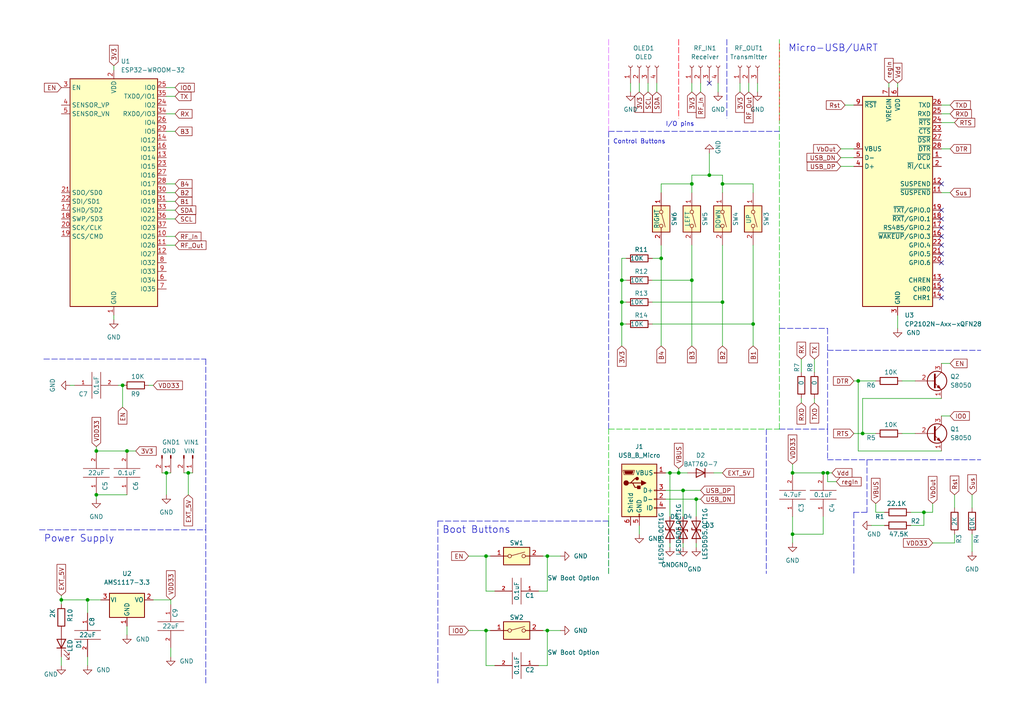
<source format=kicad_sch>
(kicad_sch (version 20211123) (generator eeschema)
  (paper "A4")
  (lib_symbols
    (symbol "Connector:Conn_01x02_Male" (pin_names (offset 1.016) hide)
      (property "Reference" "J" (at 0 2.54 0))
      (property "Value" "Conn_01x02_Male" (at 0 -5.08 0))
      (symbol "Conn_01x02_Male_1_1"
        (polyline (pts (xy 1.27 -2.54) (xy 0.8636 -2.54)) (stroke (width 0.1524)))
        (polyline (pts (xy 1.27 0) (xy 0.8636 0)) (stroke (width 0.1524)))
        (rectangle (start 0.8636 -2.413) (end 0 -2.667) (stroke (width 0.1524)) (fill (type outline)))
        (rectangle (start 0.8636 0.127) (end 0 -0.127) (stroke (width 0.1524)) (fill (type outline)))
        (pin passive line (at 5.08 0 180) (length 3.81) (name "Pin_1") (number "1"))
        (pin passive line (at 5.08 -2.54 180) (length 3.81) (name "Pin_2") (number "2"))
      )
    )
    (symbol "Connector:Conn_01x03_Female" (pin_names (offset 1.016) hide)
      (property "Reference" "J" (at 0 5.08 0))
      (property "Value" "Conn_01x03_Female" (at 0 -5.08 0))
      (symbol "Conn_01x03_Female_1_1"
        (arc (start 0 -2.032) (mid -0.508 -2.54) (end 0 -3.048) (stroke (width 0.1524)))
        (polyline (pts (xy -1.27 -2.54) (xy -0.508 -2.54)) (stroke (width 0.1524)))
        (polyline (pts (xy -1.27 0) (xy -0.508 0)) (stroke (width 0.1524)))
        (polyline (pts (xy -1.27 2.54) (xy -0.508 2.54)) (stroke (width 0.1524)))
        (arc (start 0 0.508) (mid -0.508 0) (end 0 -0.508) (stroke (width 0.1524)))
        (arc (start 0 3.048) (mid -0.508 2.54) (end 0 2.032) (stroke (width 0.1524)))
        (pin passive line (at -5.08 2.54 0) (length 3.81) (name "Pin_1") (number "1"))
        (pin passive line (at -5.08 0 0) (length 3.81) (name "Pin_2") (number "2"))
        (pin passive line (at -5.08 -2.54 0) (length 3.81) (name "Pin_3") (number "3"))
      )
    )
    (symbol "Connector:Conn_01x04_Female" (pin_names (offset 1.016) hide)
      (property "Reference" "J" (at 0 5.08 0))
      (property "Value" "Conn_01x04_Female" (at 0 -7.62 0))
      (symbol "Conn_01x04_Female_1_1"
        (arc (start 0 -4.572) (mid -0.508 -5.08) (end 0 -5.588) (stroke (width 0.1524)))
        (arc (start 0 -2.032) (mid -0.508 -2.54) (end 0 -3.048) (stroke (width 0.1524)))
        (polyline (pts (xy -1.27 -5.08) (xy -0.508 -5.08)) (stroke (width 0.1524)))
        (polyline (pts (xy -1.27 -2.54) (xy -0.508 -2.54)) (stroke (width 0.1524)))
        (polyline (pts (xy -1.27 0) (xy -0.508 0)) (stroke (width 0.1524)))
        (polyline (pts (xy -1.27 2.54) (xy -0.508 2.54)) (stroke (width 0.1524)))
        (arc (start 0 0.508) (mid -0.508 0) (end 0 -0.508) (stroke (width 0.1524)))
        (arc (start 0 3.048) (mid -0.508 2.54) (end 0 2.032) (stroke (width 0.1524)))
        (pin passive line (at -5.08 2.54 0) (length 3.81) (name "Pin_1") (number "1"))
        (pin passive line (at -5.08 0 0) (length 3.81) (name "Pin_2") (number "2"))
        (pin passive line (at -5.08 -2.54 0) (length 3.81) (name "Pin_3") (number "3"))
        (pin passive line (at -5.08 -5.08 0) (length 3.81) (name "Pin_4") (number "4"))
      )
    )
    (symbol "Connector:USB_B_Micro" (pin_names (offset 1.016))
      (property "Reference" "J" (at -5.08 11.43 0))
      (property "Value" "USB_B_Micro" (at -5.08 8.89 0))
      (symbol "USB_B_Micro_0_1"
        (rectangle (start -5.08 -7.62) (end 5.08 7.62) (stroke (width 0.254)) (fill (type background)))
        (circle (center -3.81 2.159) (radius 0.635) (stroke (width 0.254)) (fill (type outline)))
        (circle (center -0.635 3.429) (radius 0.381) (stroke (width 0.254)) (fill (type outline)))
        (rectangle (start -0.127 -7.62) (end 0.127 -6.858))
        (polyline (pts (xy -1.905 2.159) (xy 0.635 2.159)) (stroke (width 0.254)))
        (polyline (pts (xy -3.175 2.159) (xy -2.54 2.159) (xy -1.27 3.429) (xy -0.635 3.429)) (stroke (width 0.254)))
        (polyline (pts (xy -2.54 2.159) (xy -1.905 2.159) (xy -1.27 0.889) (xy 0 0.889)) (stroke (width 0.254)))
        (polyline (pts (xy 0.635 2.794) (xy 0.635 1.524) (xy 1.905 2.159) (xy 0.635 2.794)) (stroke (width 0.254)) (fill (type outline)))
        (polyline (pts (xy -4.318 5.588) (xy -1.778 5.588) (xy -2.032 4.826) (xy -4.064 4.826) (xy -4.318 5.588)) (fill (type outline)))
        (polyline (pts (xy -4.699 5.842) (xy -4.699 5.588) (xy -4.445 4.826) (xy -4.445 4.572) (xy -1.651 4.572) (xy -1.651 4.826) (xy -1.397 5.588) (xy -1.397 5.842) (xy -4.699 5.842)))
        (rectangle (start 0.254 1.27) (end -0.508 0.508) (stroke (width 0.254)) (fill (type outline)))
        (rectangle (start 5.08 -5.207) (end 4.318 -4.953))
        (rectangle (start 5.08 -2.667) (end 4.318 -2.413))
        (rectangle (start 5.08 -0.127) (end 4.318 0.127))
        (rectangle (start 5.08 4.953) (end 4.318 5.207))
      )
      (symbol "USB_B_Micro_1_1"
        (pin power_out line (at 7.62 5.08 180) (length 2.54) (name "VBUS") (number "1"))
        (pin bidirectional line (at 7.62 -2.54 180) (length 2.54) (name "D-") (number "2"))
        (pin bidirectional line (at 7.62 0 180) (length 2.54) (name "D+") (number "3"))
        (pin passive line (at 7.62 -5.08 180) (length 2.54) (name "ID") (number "4"))
        (pin power_out line (at 0 -10.16 90) (length 2.54) (name "GND") (number "5"))
        (pin passive line (at -2.54 -10.16 90) (length 2.54) (name "Shield") (number "6"))
      )
    )
    (symbol "Device:LED" (pin_numbers hide) (pin_names (offset 1.016) hide)
      (property "Reference" "D" (at 0 2.54 0))
      (property "Value" "LED" (at 0 -2.54 0))
      (symbol "LED_0_1"
        (polyline (pts (xy -1.27 -1.27) (xy -1.27 1.27)) (stroke (width 0.254)))
        (polyline (pts (xy -1.27 0) (xy 1.27 0)))
        (polyline (pts (xy 1.27 -1.27) (xy 1.27 1.27) (xy -1.27 0) (xy 1.27 -1.27)) (stroke (width 0.254)))
        (polyline (pts (xy -3.048 -0.762) (xy -4.572 -2.286) (xy -3.81 -2.286) (xy -4.572 -2.286) (xy -4.572 -1.524)))
        (polyline (pts (xy -1.778 -0.762) (xy -3.302 -2.286) (xy -2.54 -2.286) (xy -3.302 -2.286) (xy -3.302 -1.524)))
      )
      (symbol "LED_1_1"
        (pin passive line (at -3.81 0 0) (length 2.54) (name "K") (number "1"))
        (pin passive line (at 3.81 0 180) (length 2.54) (name "A") (number "2"))
      )
    )
    (symbol "Device:R" (pin_numbers hide) (pin_names (offset 0))
      (property "Reference" "R" (at 2.032 0 90))
      (property "Value" "R" (at 0 0 90))
      (symbol "R_0_1"
        (rectangle (start -1.016 -2.54) (end 1.016 2.54) (stroke (width 0.254)))
      )
      (symbol "R_1_1"
        (pin passive line (at 0 3.81 270) (length 1.27) (name "~") (number "1"))
        (pin passive line (at 0 -3.81 90) (length 1.27) (name "~") (number "2"))
      )
    )
    (symbol "Diode:1N4148WS" (pin_numbers hide) (pin_names (offset 1.016) hide)
      (property "Reference" "D" (at 0 2.54 0))
      (property "Value" "1N4148WS" (at 0 -2.54 0))
      (symbol "1N4148WS_0_1"
        (polyline (pts (xy -1.27 1.27) (xy -1.27 -1.27)) (stroke (width 0.254)))
        (polyline (pts (xy 1.27 0) (xy -1.27 0)))
        (polyline (pts (xy 1.27 1.27) (xy 1.27 -1.27) (xy -1.27 0) (xy 1.27 1.27)) (stroke (width 0.254)))
      )
      (symbol "1N4148WS_1_1"
        (pin passive line (at -3.81 0 0) (length 2.54) (name "K") (number "1"))
        (pin passive line (at 3.81 0 180) (length 2.54) (name "A") (number "2"))
      )
    )
    (symbol "Diode:1N62xxCA" (pin_numbers hide) (pin_names (offset 1.016) hide)
      (property "Reference" "D" (at 0 2.54 0))
      (property "Value" "1N62xxCA" (at 0 -2.54 0))
      (symbol "1N62xxCA_0_1"
        (polyline (pts (xy 1.27 0) (xy -1.27 0)))
        (polyline (pts (xy -2.54 -1.27) (xy 0 0) (xy -2.54 1.27) (xy -2.54 -1.27)) (stroke (width 0.254)))
        (polyline (pts (xy 0.508 1.27) (xy 0 1.27) (xy 0 -1.27) (xy -0.508 -1.27)) (stroke (width 0.254)))
        (polyline (pts (xy 2.54 1.27) (xy 2.54 -1.27) (xy 0 0) (xy 2.54 1.27)) (stroke (width 0.254)))
      )
      (symbol "1N62xxCA_1_1"
        (pin passive line (at -3.81 0 0) (length 2.54) (name "A1") (number "1"))
        (pin passive line (at 3.81 0 180) (length 2.54) (name "A2") (number "2"))
      )
    )
    (symbol "Interface_USB:CP2102N-Axx-xQFN28"
      (property "Reference" "U" (at -8.89 31.75 0))
      (property "Value" "CP2102N-Axx-xQFN28" (at 12.7 31.75 0))
      (symbol "CP2102N-Axx-xQFN28_0_1"
        (rectangle (start -10.16 30.48) (end 10.16 -30.48) (stroke (width 0.254)) (fill (type background)))
      )
      (symbol "CP2102N-Axx-xQFN28_1_1"
        (pin input line (at 12.7 12.7 180) (length 2.54) (name "~{DCD}") (number "1"))
        (pin no_connect line (at -10.16 -27.94 0) (length 2.54) hide (name "NC") (number "10"))
        (pin output line (at 12.7 2.54 180) (length 2.54) (name "~{SUSPEND}") (number "11"))
        (pin output line (at 12.7 5.08 180) (length 2.54) (name "SUSPEND") (number "12"))
        (pin output line (at 12.7 -22.86 180) (length 2.54) (name "CHREN") (number "13"))
        (pin output line (at 12.7 -27.94 180) (length 2.54) (name "CHR1") (number "14"))
        (pin output line (at 12.7 -25.4 180) (length 2.54) (name "CHR0") (number "15"))
        (pin bidirectional line (at 12.7 -10.16 180) (length 2.54) (name "~{WAKEUP}/GPIO.3") (number "16"))
        (pin bidirectional line (at 12.7 -7.62 180) (length 2.54) (name "RS485/GPIO.2") (number "17"))
        (pin bidirectional line (at 12.7 -5.08 180) (length 2.54) (name "~{RXT}/GPIO.1") (number "18"))
        (pin bidirectional line (at 12.7 -2.54 180) (length 2.54) (name "~{TXT}/GPIO.0") (number "19"))
        (pin bidirectional line (at 12.7 10.16 180) (length 2.54) (name "~{RI}/CLK") (number "2"))
        (pin bidirectional line (at 12.7 -17.78 180) (length 2.54) (name "GPIO.6") (number "20"))
        (pin bidirectional line (at 12.7 -15.24 180) (length 2.54) (name "GPIO.5") (number "21"))
        (pin bidirectional line (at 12.7 -12.7 180) (length 2.54) (name "GPIO.4") (number "22"))
        (pin input line (at 12.7 20.32 180) (length 2.54) (name "~{CTS}") (number "23"))
        (pin output line (at 12.7 22.86 180) (length 2.54) (name "~{RTS}") (number "24"))
        (pin input line (at 12.7 25.4 180) (length 2.54) (name "RXD") (number "25"))
        (pin output line (at 12.7 27.94 180) (length 2.54) (name "TXD") (number "26"))
        (pin input line (at 12.7 17.78 180) (length 2.54) (name "~{DSR}") (number "27"))
        (pin output line (at 12.7 15.24 180) (length 2.54) (name "~{DTR}") (number "28"))
        (pin passive line (at 0 -33.02 90) (length 2.54) hide (name "GND") (number "29"))
        (pin power_in line (at 0 -33.02 90) (length 2.54) (name "GND") (number "3"))
        (pin bidirectional line (at -12.7 10.16 0) (length 2.54) (name "D+") (number "4"))
        (pin bidirectional line (at -12.7 12.7 0) (length 2.54) (name "D-") (number "5"))
        (pin power_in line (at 0 33.02 270) (length 2.54) (name "VDD") (number "6"))
        (pin power_in line (at -2.54 33.02 270) (length 2.54) (name "VREGIN") (number "7"))
        (pin input line (at -12.7 15.24 0) (length 2.54) (name "VBUS") (number "8"))
        (pin input line (at -12.7 27.94 0) (length 2.54) (name "~{RST}") (number "9"))
      )
    )
    (symbol "RF_Module:ESP32-WROOM-32"
      (property "Reference" "U" (at -12.7 34.29 0))
      (property "Value" "ESP32-WROOM-32" (at 1.27 34.29 0))
      (symbol "ESP32-WROOM-32_0_1"
        (rectangle (start -12.7 33.02) (end 12.7 -33.02) (stroke (width 0.254)) (fill (type background)))
      )
      (symbol "ESP32-WROOM-32_1_1"
        (pin power_in line (at 0 -35.56 90) (length 2.54) (name "GND") (number "1"))
        (pin bidirectional line (at 15.24 -12.7 180) (length 2.54) (name "IO25") (number "10"))
        (pin bidirectional line (at 15.24 -15.24 180) (length 2.54) (name "IO26") (number "11"))
        (pin bidirectional line (at 15.24 -17.78 180) (length 2.54) (name "IO27") (number "12"))
        (pin bidirectional line (at 15.24 10.16 180) (length 2.54) (name "IO14") (number "13"))
        (pin bidirectional line (at 15.24 15.24 180) (length 2.54) (name "IO12") (number "14"))
        (pin passive line (at 0 -35.56 90) (length 2.54) hide (name "GND") (number "15"))
        (pin bidirectional line (at 15.24 12.7 180) (length 2.54) (name "IO13") (number "16"))
        (pin bidirectional line (at -15.24 -5.08 0) (length 2.54) (name "SHD/SD2") (number "17"))
        (pin bidirectional line (at -15.24 -7.62 0) (length 2.54) (name "SWP/SD3") (number "18"))
        (pin bidirectional line (at -15.24 -12.7 0) (length 2.54) (name "SCS/CMD") (number "19"))
        (pin power_in line (at 0 35.56 270) (length 2.54) (name "VDD") (number "2"))
        (pin bidirectional line (at -15.24 -10.16 0) (length 2.54) (name "SCK/CLK") (number "20"))
        (pin bidirectional line (at -15.24 0 0) (length 2.54) (name "SDO/SD0") (number "21"))
        (pin bidirectional line (at -15.24 -2.54 0) (length 2.54) (name "SDI/SD1") (number "22"))
        (pin bidirectional line (at 15.24 7.62 180) (length 2.54) (name "IO15") (number "23"))
        (pin bidirectional line (at 15.24 25.4 180) (length 2.54) (name "IO2") (number "24"))
        (pin bidirectional line (at 15.24 30.48 180) (length 2.54) (name "IO0") (number "25"))
        (pin bidirectional line (at 15.24 20.32 180) (length 2.54) (name "IO4") (number "26"))
        (pin bidirectional line (at 15.24 5.08 180) (length 2.54) (name "IO16") (number "27"))
        (pin bidirectional line (at 15.24 2.54 180) (length 2.54) (name "IO17") (number "28"))
        (pin bidirectional line (at 15.24 17.78 180) (length 2.54) (name "IO5") (number "29"))
        (pin input line (at -15.24 30.48 0) (length 2.54) (name "EN") (number "3"))
        (pin bidirectional line (at 15.24 0 180) (length 2.54) (name "IO18") (number "30"))
        (pin bidirectional line (at 15.24 -2.54 180) (length 2.54) (name "IO19") (number "31"))
        (pin no_connect line (at -12.7 -27.94 0) (length 2.54) hide (name "NC") (number "32"))
        (pin bidirectional line (at 15.24 -5.08 180) (length 2.54) (name "IO21") (number "33"))
        (pin bidirectional line (at 15.24 22.86 180) (length 2.54) (name "RXD0/IO3") (number "34"))
        (pin bidirectional line (at 15.24 27.94 180) (length 2.54) (name "TXD0/IO1") (number "35"))
        (pin bidirectional line (at 15.24 -7.62 180) (length 2.54) (name "IO22") (number "36"))
        (pin bidirectional line (at 15.24 -10.16 180) (length 2.54) (name "IO23") (number "37"))
        (pin passive line (at 0 -35.56 90) (length 2.54) hide (name "GND") (number "38"))
        (pin passive line (at 0 -35.56 90) (length 2.54) hide (name "GND") (number "39"))
        (pin input line (at -15.24 25.4 0) (length 2.54) (name "SENSOR_VP") (number "4"))
        (pin input line (at -15.24 22.86 0) (length 2.54) (name "SENSOR_VN") (number "5"))
        (pin input line (at 15.24 -25.4 180) (length 2.54) (name "IO34") (number "6"))
        (pin input line (at 15.24 -27.94 180) (length 2.54) (name "IO35") (number "7"))
        (pin bidirectional line (at 15.24 -20.32 180) (length 2.54) (name "IO32") (number "8"))
        (pin bidirectional line (at 15.24 -22.86 180) (length 2.54) (name "IO33") (number "9"))
      )
    )
    (symbol "Regulator_Linear:AMS1117-3.3" (pin_names (offset 0.254))
      (property "Reference" "U" (at -3.81 3.175 0))
      (property "Value" "AMS1117-3.3" (at 0 3.175 0))
      (symbol "AMS1117-3.3_0_1"
        (rectangle (start -5.08 -5.08) (end 5.08 1.905) (stroke (width 0.254)) (fill (type background)))
      )
      (symbol "AMS1117-3.3_1_1"
        (pin power_in line (at 0 -7.62 90) (length 2.54) (name "GND") (number "1"))
        (pin power_out line (at 7.62 0 180) (length 2.54) (name "VO") (number "2"))
        (pin power_in line (at -7.62 0 0) (length 2.54) (name "VI") (number "3"))
      )
    )
    (symbol "Switch:SW_DIP_x01" (pin_names (offset 0) hide)
      (property "Reference" "SW" (at 0 3.81 0))
      (property "Value" "SW_DIP_x01" (at 0 -3.81 0))
      (symbol "SW_DIP_x01_0_0"
        (circle (center -2.032 0) (radius 0.508))
        (polyline (pts (xy -1.524 0.127) (xy 2.3622 1.1684)))
        (circle (center 2.032 0) (radius 0.508))
      )
      (symbol "SW_DIP_x01_0_1"
        (rectangle (start -3.81 2.54) (end 3.81 -2.54) (stroke (width 0.254)) (fill (type background)))
      )
      (symbol "SW_DIP_x01_1_1"
        (pin passive line (at -7.62 0 0) (length 5.08) (name "~") (number "1"))
        (pin passive line (at 7.62 0 180) (length 5.08) (name "~") (number "2"))
      )
    )
    (symbol "Transistor_BJT:S8050" (pin_names (offset 0) hide)
      (property "Reference" "Q" (at 5.08 1.905 0))
      (property "Value" "S8050" (at 5.08 0 0))
      (symbol "S8050_0_1"
        (polyline (pts (xy 0 0) (xy 0.635 0)))
        (polyline (pts (xy 0.635 0.635) (xy 2.54 2.54)))
        (polyline (pts (xy 0.635 -0.635) (xy 2.54 -2.54) (xy 2.54 -2.54)))
        (polyline (pts (xy 0.635 1.905) (xy 0.635 -1.905) (xy 0.635 -1.905)) (stroke (width 0.508)))
        (polyline (pts (xy 1.27 -1.778) (xy 1.778 -1.27) (xy 2.286 -2.286) (xy 1.27 -1.778) (xy 1.27 -1.778)) (fill (type outline)))
        (circle (center 1.27 0) (radius 2.8194) (stroke (width 0.254)))
      )
      (symbol "S8050_1_1"
        (pin passive line (at 2.54 -5.08 90) (length 2.54) (name "E") (number "1"))
        (pin input line (at -5.08 0 0) (length 5.08) (name "B") (number "2"))
        (pin passive line (at 2.54 5.08 270) (length 2.54) (name "C") (number "3"))
      )
    )
    (symbol "power:GND" (power) (pin_names (offset 0))
      (property "Value" "GND" (at 0 -3.81 0))
      (symbol "GND_0_1"
        (polyline (pts (xy 0 0) (xy 0 -1.27) (xy 1.27 -1.27) (xy 0 -2.54) (xy -1.27 -1.27) (xy 0 -1.27)))
      )
      (symbol "GND_1_1"
        (pin power_in line (at 0 0 270) (length 0) hide (name "GND") (number "1"))
      )
    )
    (symbol "pspice:CAP" (pin_names (offset 0.254))
      (property "Reference" "C" (at 2.54 3.81 90))
      (property "Value" "CAP" (at 2.54 -3.81 90))
      (symbol "CAP_0_1"
        (polyline (pts (xy -3.81 -1.27) (xy 3.81 -1.27)))
        (polyline (pts (xy -3.81 1.27) (xy 3.81 1.27)))
      )
      (symbol "CAP_1_1"
        (pin passive line (at 0 6.35 270) (length 5.08) (name "~") (number "1"))
        (pin passive line (at 0 -6.35 90) (length 5.08) (name "~") (number "2"))
      )
    )
  )
  (junction (at 250.19 125.73))
  (junction (at 180.34 93.98))
  (junction (at 200.66 81.28))
  (junction (at 140.97 161.29))
  (junction (at 17.78 173.99))
  (junction (at 218.44 93.98))
  (junction (at 191.77 74.93))
  (junction (at 180.34 87.63))
  (junction (at 200.66 53.34))
  (junction (at 198.12 142.24))
  (junction (at 194.31 137.16))
  (junction (at 54.61 137.16))
  (junction (at 238.76 137.16))
  (junction (at 205.74 50.8))
  (junction (at 158.75 182.88))
  (junction (at 229.87 137.16))
  (junction (at 35.56 111.76))
  (junction (at 240.03 137.16))
  (junction (at 36.83 130.81))
  (junction (at 140.97 182.88))
  (junction (at 27.94 143.51))
  (junction (at 158.75 161.29))
  (junction (at 229.87 154.94))
  (junction (at 25.4 173.99))
  (junction (at 201.93 144.78))
  (junction (at 209.55 87.63))
  (junction (at 267.97 148.59))
  (junction (at 180.34 81.28))
  (junction (at 48.26 137.16))
  (junction (at 196.85 137.16))
  (junction (at 248.92 110.49))
  (junction (at 209.55 53.34))
  (junction (at 27.94 130.81))
  (no_connect (at 205.74 24.13))
  (no_connect (at 273.05 81.28))
  (no_connect (at 273.05 76.2))
  (no_connect (at 273.05 83.82))
  (no_connect (at 273.05 66.04))
  (no_connect (at 273.05 73.66))
  (no_connect (at 273.05 68.58))
  (no_connect (at 273.05 71.12))
  (no_connect (at 273.05 86.36))
  (no_connect (at 273.05 63.5))
  (no_connect (at 273.05 60.96))
  (no_connect (at 273.05 53.34))
  (wire (pts (xy 27.94 129.54) (xy 27.94 130.81)))
  (wire (pts (xy 17.78 173.99) (xy 17.78 175.26)))
  (wire (pts (xy 193.04 137.16) (xy 194.31 137.16)))
  (wire (pts (xy 201.93 144.78) (xy 201.93 149.86)))
  (wire (pts (xy 209.55 87.63) (xy 189.23 87.63)))
  (polyline (pts (xy 240.03 124.46) (xy 240.03 101.6)))
  (wire (pts (xy 143.51 193.04) (xy 140.97 193.04)))
  (wire (pts (xy 21.59 111.76) (xy 20.32 111.76)))
  (wire (pts (xy 247.65 125.73) (xy 250.19 125.73)))
  (wire (pts (xy 191.77 53.34) (xy 200.66 53.34)))
  (wire (pts (xy 17.78 172.72) (xy 17.78 173.99)))
  (wire (pts (xy 48.26 53.34) (xy 50.8 53.34)))
  (wire (pts (xy 229.87 137.16) (xy 238.76 137.16)))
  (polyline (pts (xy 226.06 124.46) (xy 240.03 124.46)))
  (wire (pts (xy 35.56 111.76) (xy 34.29 111.76)))
  (wire (pts (xy 250.19 125.73) (xy 254 125.73)))
  (wire (pts (xy 49.53 173.99) (xy 49.53 175.26)))
  (wire (pts (xy 254 148.59) (xy 254 146.05)))
  (wire (pts (xy 256.54 148.59) (xy 254 148.59)))
  (wire (pts (xy 190.5 24.13) (xy 190.5 26.67)))
  (wire (pts (xy 270.51 157.48) (xy 276.86 157.48)))
  (polyline (pts (xy 226.06 95.25) (xy 240.03 95.25)))
  (wire (pts (xy 243.84 43.18) (xy 247.65 43.18)))
  (wire (pts (xy 207.01 137.16) (xy 209.55 137.16)))
  (wire (pts (xy 25.4 173.99) (xy 17.78 173.99)))
  (wire (pts (xy 273.05 115.57) (xy 250.19 115.57)))
  (wire (pts (xy 201.93 157.48) (xy 201.93 158.75)))
  (wire (pts (xy 27.94 130.81) (xy 36.83 130.81)))
  (wire (pts (xy 200.66 24.13) (xy 200.66 26.67)))
  (wire (pts (xy 218.44 93.98) (xy 218.44 100.33)))
  (wire (pts (xy 48.26 137.16) (xy 49.53 137.16)))
  (wire (pts (xy 156.21 193.04) (xy 158.75 193.04)))
  (wire (pts (xy 273.05 43.18) (xy 275.59 43.18)))
  (wire (pts (xy 200.66 71.12) (xy 200.66 81.28)))
  (polyline (pts (xy 240.03 133.35) (xy 251.46 133.35)))
  (wire (pts (xy 135.89 161.29) (xy 140.97 161.29)))
  (wire (pts (xy 218.44 93.98) (xy 189.23 93.98)))
  (wire (pts (xy 140.97 193.04) (xy 140.97 182.88)))
  (wire (pts (xy 36.83 130.81) (xy 39.37 130.81)))
  (polyline (pts (xy 226.06 12.7) (xy 226.06 35.56)) (stroke (width 0) (color 255 0 0 1)))
  (wire (pts (xy 54.61 137.16) (xy 55.88 137.16)))
  (wire (pts (xy 261.62 110.49) (xy 265.43 110.49)))
  (wire (pts (xy 264.16 148.59) (xy 267.97 148.59)))
  (wire (pts (xy 261.62 125.73) (xy 265.43 125.73)))
  (wire (pts (xy 209.55 55.88) (xy 209.55 53.34)))
  (wire (pts (xy 270.51 146.05) (xy 270.51 148.59)))
  (wire (pts (xy 44.45 111.76) (xy 43.18 111.76)))
  (wire (pts (xy 180.34 74.93) (xy 180.34 81.28)))
  (wire (pts (xy 250.19 115.57) (xy 250.19 125.73)))
  (polyline (pts (xy 59.69 104.14) (xy 59.69 153.67)))
  (wire (pts (xy 229.87 154.94) (xy 229.87 157.48)))
  (wire (pts (xy 191.77 71.12) (xy 191.77 74.93)))
  (wire (pts (xy 185.42 152.4) (xy 185.42 154.94)))
  (polyline (pts (xy 196.85 11.43) (xy 196.85 34.29)) (stroke (width 0) (color 255 0 0 1)))
  (polyline (pts (xy 176.53 151.13) (xy 127 151.13)))
  (wire (pts (xy 181.61 87.63) (xy 180.34 87.63)))
  (wire (pts (xy 181.61 93.98) (xy 180.34 93.98)))
  (wire (pts (xy 25.4 190.5) (xy 25.4 193.04)))
  (wire (pts (xy 33.02 19.05) (xy 33.02 20.32)))
  (wire (pts (xy 218.44 55.88) (xy 218.44 53.34)))
  (wire (pts (xy 27.94 143.51) (xy 36.83 143.51)))
  (polyline (pts (xy 12.7 104.14) (xy 59.69 104.14)))
  (wire (pts (xy 232.41 104.14) (xy 232.41 107.95)))
  (polyline (pts (xy 176.53 11.43) (xy 176.53 38.1)) (stroke (width 0) (color 214 85 255 1)))
  (wire (pts (xy 198.12 142.24) (xy 203.2 142.24)))
  (wire (pts (xy 273.05 35.56) (xy 276.86 35.56)))
  (wire (pts (xy 198.12 157.48) (xy 198.12 158.75)))
  (wire (pts (xy 219.71 24.13) (xy 219.71 26.67)))
  (wire (pts (xy 158.75 161.29) (xy 162.56 161.29)))
  (polyline (pts (xy 222.25 124.46) (xy 222.25 166.37)))
  (wire (pts (xy 194.31 137.16) (xy 194.31 149.86)))
  (wire (pts (xy 48.26 27.94) (xy 50.8 27.94)))
  (wire (pts (xy 273.05 33.02) (xy 275.59 33.02)))
  (wire (pts (xy 180.34 93.98) (xy 180.34 100.33)))
  (wire (pts (xy 240.03 137.16) (xy 241.3 137.16)))
  (wire (pts (xy 140.97 182.88) (xy 142.24 182.88)))
  (polyline (pts (xy 226.06 124.46) (xy 226.06 95.25)) (stroke (width 0) (color 0 194 0 1)))
  (wire (pts (xy 209.55 87.63) (xy 209.55 100.33)))
  (wire (pts (xy 158.75 171.45) (xy 158.75 161.29)))
  (wire (pts (xy 48.26 38.1) (xy 50.8 38.1)))
  (polyline (pts (xy 222.25 124.46) (xy 226.06 124.46)) (stroke (width 0) (color 0 194 0 1)))
  (wire (pts (xy 229.87 149.86) (xy 229.87 154.94)))
  (wire (pts (xy 205.74 50.8) (xy 205.74 44.45)))
  (wire (pts (xy 25.4 173.99) (xy 25.4 177.8)))
  (wire (pts (xy 200.66 81.28) (xy 200.66 100.33)))
  (wire (pts (xy 48.26 60.96) (xy 50.8 60.96)))
  (polyline (pts (xy 240.03 95.25) (xy 240.03 101.6)))
  (wire (pts (xy 180.34 81.28) (xy 180.34 87.63)))
  (wire (pts (xy 191.77 55.88) (xy 191.77 53.34)))
  (wire (pts (xy 194.31 137.16) (xy 196.85 137.16)))
  (wire (pts (xy 48.26 25.4) (xy 50.8 25.4)))
  (wire (pts (xy 273.05 30.48) (xy 275.59 30.48)))
  (wire (pts (xy 248.92 110.49) (xy 254 110.49)))
  (polyline (pts (xy 176.53 166.37) (xy 176.53 151.13)) (stroke (width 0) (color 0 194 0 1)))
  (polyline (pts (xy 176.53 151.13) (xy 176.53 166.37)))
  (wire (pts (xy 181.61 81.28) (xy 180.34 81.28)))
  (wire (pts (xy 270.51 148.59) (xy 267.97 148.59)))
  (wire (pts (xy 200.66 50.8) (xy 205.74 50.8)))
  (polyline (pts (xy 240.03 101.6) (xy 284.48 101.6)))
  (wire (pts (xy 209.55 50.8) (xy 205.74 50.8)))
  (polyline (pts (xy 196.85 11.43) (xy 196.85 33.02)) (stroke (width 0) (color 214 85 255 1)))
  (wire (pts (xy 48.26 33.02) (xy 50.8 33.02)))
  (wire (pts (xy 33.02 91.44) (xy 33.02 92.71)))
  (wire (pts (xy 281.94 143.51) (xy 281.94 147.32)))
  (wire (pts (xy 273.05 105.41) (xy 275.59 105.41)))
  (wire (pts (xy 48.26 63.5) (xy 50.8 63.5)))
  (wire (pts (xy 196.85 137.16) (xy 199.39 137.16)))
  (polyline (pts (xy 226.06 11.43) (xy 226.06 95.25)) (stroke (width 0) (color 0 194 0 1)))
  (wire (pts (xy 257.81 24.13) (xy 257.81 25.4)))
  (polyline (pts (xy 240.03 124.46) (xy 240.03 133.35)))
  (wire (pts (xy 229.87 154.94) (xy 238.76 154.94)))
  (wire (pts (xy 193.04 144.78) (xy 201.93 144.78)))
  (wire (pts (xy 203.2 24.13) (xy 203.2 26.67)))
  (wire (pts (xy 48.26 58.42) (xy 50.8 58.42)))
  (wire (pts (xy 238.76 137.16) (xy 240.03 137.16)))
  (wire (pts (xy 273.05 55.88) (xy 275.59 55.88)))
  (wire (pts (xy 229.87 134.62) (xy 229.87 137.16)))
  (wire (pts (xy 158.75 193.04) (xy 158.75 182.88)))
  (wire (pts (xy 140.97 171.45) (xy 140.97 161.29)))
  (polyline (pts (xy 251.46 133.35) (xy 251.46 148.59)))
  (wire (pts (xy 135.89 182.88) (xy 140.97 182.88)))
  (polyline (pts (xy 176.53 38.1) (xy 176.53 124.46)))
  (wire (pts (xy 273.05 130.81) (xy 248.92 130.81)))
  (polyline (pts (xy 176.53 124.46) (xy 222.25 124.46)) (stroke (width 0) (color 0 194 0 1)))
  (wire (pts (xy 247.65 110.49) (xy 248.92 110.49)))
  (wire (pts (xy 260.35 24.13) (xy 260.35 25.4)))
  (wire (pts (xy 157.48 161.29) (xy 158.75 161.29)))
  (wire (pts (xy 158.75 182.88) (xy 162.56 182.88)))
  (polyline (pts (xy 59.69 198.12) (xy 59.69 153.67)))
  (wire (pts (xy 54.61 137.16) (xy 54.61 143.51)))
  (wire (pts (xy 27.94 143.51) (xy 27.94 144.78)))
  (wire (pts (xy 46.99 137.16) (xy 48.26 137.16)))
  (wire (pts (xy 264.16 152.4) (xy 267.97 152.4)))
  (polyline (pts (xy 176.53 38.1) (xy 226.06 38.1)))
  (wire (pts (xy 48.26 55.88) (xy 50.8 55.88)))
  (wire (pts (xy 238.76 149.86) (xy 238.76 154.94)))
  (wire (pts (xy 218.44 71.12) (xy 218.44 93.98)))
  (wire (pts (xy 53.34 137.16) (xy 54.61 137.16)))
  (wire (pts (xy 187.96 24.13) (xy 187.96 26.67)))
  (wire (pts (xy 240.03 139.7) (xy 240.03 137.16)))
  (wire (pts (xy 201.93 144.78) (xy 203.2 144.78)))
  (wire (pts (xy 182.88 24.13) (xy 182.88 26.67)))
  (wire (pts (xy 157.48 182.88) (xy 158.75 182.88)))
  (wire (pts (xy 49.53 187.96) (xy 49.53 190.5)))
  (wire (pts (xy 29.21 173.99) (xy 25.4 173.99)))
  (wire (pts (xy 208.28 24.13) (xy 208.28 26.67)))
  (wire (pts (xy 180.34 87.63) (xy 180.34 93.98)))
  (wire (pts (xy 245.11 30.48) (xy 247.65 30.48)))
  (polyline (pts (xy 176.53 151.13) (xy 176.53 124.46)) (stroke (width 0) (color 0 194 0 1)))
  (wire (pts (xy 193.04 142.24) (xy 198.12 142.24)))
  (wire (pts (xy 217.17 24.13) (xy 217.17 26.67)))
  (wire (pts (xy 200.66 53.34) (xy 200.66 50.8)))
  (wire (pts (xy 185.42 24.13) (xy 185.42 26.67)))
  (wire (pts (xy 48.26 71.12) (xy 50.8 71.12)))
  (wire (pts (xy 236.22 104.14) (xy 236.22 107.95)))
  (wire (pts (xy 236.22 115.57) (xy 236.22 116.84)))
  (wire (pts (xy 200.66 55.88) (xy 200.66 53.34)))
  (wire (pts (xy 267.97 148.59) (xy 267.97 152.4)))
  (wire (pts (xy 242.57 139.7) (xy 240.03 139.7)))
  (polyline (pts (xy 210.82 11.43) (xy 210.82 34.29)))
  (wire (pts (xy 209.55 53.34) (xy 209.55 50.8)))
  (wire (pts (xy 243.84 45.72) (xy 247.65 45.72)))
  (wire (pts (xy 191.77 74.93) (xy 189.23 74.93)))
  (wire (pts (xy 191.77 74.93) (xy 191.77 100.33)))
  (wire (pts (xy 232.41 115.57) (xy 232.41 116.84)))
  (wire (pts (xy 48.26 68.58) (xy 50.8 68.58)))
  (wire (pts (xy 156.21 171.45) (xy 158.75 171.45)))
  (wire (pts (xy 35.56 111.76) (xy 35.56 118.11)))
  (wire (pts (xy 273.05 120.65) (xy 275.59 120.65)))
  (polyline (pts (xy 11.43 153.67) (xy 59.69 153.67)))
  (wire (pts (xy 196.85 135.89) (xy 196.85 137.16)))
  (wire (pts (xy 48.26 137.16) (xy 48.26 143.51)))
  (polyline (pts (xy 251.46 133.35) (xy 284.48 133.35)))
  (wire (pts (xy 248.92 130.81) (xy 248.92 110.49)))
  (wire (pts (xy 198.12 142.24) (xy 198.12 149.86)))
  (wire (pts (xy 260.35 91.44) (xy 260.35 95.25)))
  (wire (pts (xy 194.31 157.48) (xy 194.31 158.75)))
  (wire (pts (xy 140.97 161.29) (xy 142.24 161.29)))
  (polyline (pts (xy 247.65 148.59) (xy 247.65 166.37)))
  (wire (pts (xy 276.86 143.51) (xy 276.86 147.32)))
  (wire (pts (xy 281.94 154.94) (xy 281.94 160.02)))
  (wire (pts (xy 276.86 157.48) (xy 276.86 154.94)))
  (wire (pts (xy 36.83 181.61) (xy 36.83 184.15)))
  (wire (pts (xy 209.55 71.12) (xy 209.55 87.63)))
  (polyline (pts (xy 127 151.13) (xy 127 198.12)))
  (wire (pts (xy 218.44 53.34) (xy 209.55 53.34)))
  (wire (pts (xy 214.63 24.13) (xy 214.63 26.67)))
  (wire (pts (xy 44.45 173.99) (xy 49.53 173.99)))
  (wire (pts (xy 17.78 190.5) (xy 17.78 193.04)))
  (wire (pts (xy 243.84 48.26) (xy 247.65 48.26)))
  (wire (pts (xy 143.51 171.45) (xy 140.97 171.45)))
  (wire (pts (xy 200.66 81.28) (xy 189.23 81.28)))
  (wire (pts (xy 252.73 152.4) (xy 256.54 152.4)))
  (polyline (pts (xy 251.46 148.59) (xy 247.65 148.59)))
  (wire (pts (xy 181.61 74.93) (xy 180.34 74.93)))
  (text "Micro-USB/UART" (at 228.6 15.24 0) (effects (font (size 2 2)) (justify left bottom)))
  (text "Power Supply" (at 12.7 157.48 0) (effects (font (size 2 2)) (justify left bottom)))
  (text "Boot Buttons" (at 128.27 154.94 0) (effects (font (size 2 2)) (justify left bottom)))
  (text "Control Buttons" (at 177.8 41.91 0) (effects (font (size 1.27 1.27)) (justify left bottom)))
  (text "I/O pins" (at 193.04 36.83 0) (effects (font (size 1.27 1.27)) (justify left bottom)))
  (global_label "3V3" (shape input) (at 180.34 100.33 270) (property "Intersheet References" "${INTERSHEET_REFS}" (effects hide)))
  (global_label "3V3" (shape input) (at 200.66 26.67 270) (property "Intersheet References" "${INTERSHEET_REFS}" (effects hide)))
  (global_label "VBUS" (shape input) (at 196.85 135.89 90) (property "Intersheet References" "${INTERSHEET_REFS}" (effects hide)))
  (global_label "B3" (shape input) (at 50.8 38.1 0) (property "Intersheet References" "${INTERSHEET_REFS}" (effects hide)))
  (global_label "B1" (shape input) (at 50.8 58.42 0) (property "Intersheet References" "${INTERSHEET_REFS}" (effects hide)))
  (global_label "VDD33" (shape input) (at 49.53 173.99 90) (property "Intersheet References" "${INTERSHEET_REFS}" (effects hide)))
  (global_label "TXD" (shape input) (at 275.59 30.48 0) (property "Intersheet References" "${INTERSHEET_REFS}" (effects hide)))
  (global_label "IO0" (shape input) (at 50.8 25.4 0) (property "Intersheet References" "${INTERSHEET_REFS}" (effects hide)))
  (global_label "DTR" (shape input) (at 275.59 43.18 0) (property "Intersheet References" "${INTERSHEET_REFS}" (effects hide)))
  (global_label "TX" (shape input) (at 236.22 104.14 90) (property "Intersheet References" "${INTERSHEET_REFS}" (effects hide)))
  (global_label "RTS" (shape input) (at 247.65 125.73 180) (property "Intersheet References" "${INTERSHEET_REFS}" (effects hide)))
  (global_label "Vdd" (shape input) (at 241.3 137.16 0) (property "Intersheet References" "${INTERSHEET_REFS}" (effects hide)))
  (global_label "USB_DN" (shape input) (at 203.2 144.78 0) (property "Intersheet References" "${INTERSHEET_REFS}" (effects hide)))
  (global_label "Sus" (shape input) (at 275.59 55.88 0) (property "Intersheet References" "${INTERSHEET_REFS}" (effects hide)))
  (global_label "DTR" (shape input) (at 247.65 110.49 180) (property "Intersheet References" "${INTERSHEET_REFS}" (effects hide)))
  (global_label "RF_In" (shape input) (at 203.2 26.67 270) (property "Intersheet References" "${INTERSHEET_REFS}" (effects hide)))
  (global_label "VDD33" (shape input) (at 44.45 111.76 0) (property "Intersheet References" "${INTERSHEET_REFS}" (effects hide)))
  (global_label "SCL" (shape input) (at 50.8 63.5 0) (property "Intersheet References" "${INTERSHEET_REFS}" (effects hide)))
  (global_label "Vdd" (shape input) (at 260.35 24.13 90) (property "Intersheet References" "${INTERSHEET_REFS}" (effects hide)))
  (global_label "VbOut" (shape input) (at 243.84 43.18 180) (property "Intersheet References" "${INTERSHEET_REFS}" (effects hide)))
  (global_label "Sus" (shape input) (at 281.94 143.51 90) (property "Intersheet References" "${INTERSHEET_REFS}" (effects hide)))
  (global_label "B2" (shape input) (at 209.55 100.33 270) (property "Intersheet References" "${INTERSHEET_REFS}" (effects hide)))
  (global_label "VbOut" (shape input) (at 270.51 146.05 90) (property "Intersheet References" "${INTERSHEET_REFS}" (effects hide)))
  (global_label "SDA" (shape input) (at 50.8 60.96 0) (property "Intersheet References" "${INTERSHEET_REFS}" (effects hide)))
  (global_label "EXT_5V" (shape input) (at 209.55 137.16 0) (property "Intersheet References" "${INTERSHEET_REFS}" (effects hide)))
  (global_label "B3" (shape input) (at 200.66 100.33 270) (property "Intersheet References" "${INTERSHEET_REFS}" (effects hide)))
  (global_label "regIn" (shape input) (at 242.57 139.7 0) (property "Intersheet References" "${INTERSHEET_REFS}" (effects hide)))
  (global_label "B2" (shape input) (at 50.8 55.88 0) (property "Intersheet References" "${INTERSHEET_REFS}" (effects hide)))
  (global_label "VDD33" (shape input) (at 229.87 134.62 90) (property "Intersheet References" "${INTERSHEET_REFS}" (effects hide)))
  (global_label "EN" (shape input) (at 17.78 25.4 180) (property "Intersheet References" "${INTERSHEET_REFS}" (effects hide)))
  (global_label "TXD" (shape input) (at 236.22 116.84 270) (property "Intersheet References" "${INTERSHEET_REFS}" (effects hide)))
  (global_label "B4" (shape input) (at 191.77 100.33 270) (property "Intersheet References" "${INTERSHEET_REFS}" (effects hide)))
  (global_label "RF_In" (shape input) (at 50.8 68.58 0) (property "Intersheet References" "${INTERSHEET_REFS}" (effects hide)))
  (global_label "EXT_5V" (shape input) (at 17.78 172.72 90) (property "Intersheet References" "${INTERSHEET_REFS}" (effects hide)))
  (global_label "3V3" (shape input) (at 185.42 26.67 270) (property "Intersheet References" "${INTERSHEET_REFS}" (effects hide)))
  (global_label "EN" (shape input) (at 275.59 105.41 0) (property "Intersheet References" "${INTERSHEET_REFS}" (effects hide)))
  (global_label "IO0" (shape input) (at 135.89 182.88 180) (property "Intersheet References" "${INTERSHEET_REFS}" (effects hide)))
  (global_label "RXD" (shape input) (at 232.41 116.84 270) (property "Intersheet References" "${INTERSHEET_REFS}" (effects hide)))
  (global_label "B4" (shape input) (at 50.8 53.34 0) (property "Intersheet References" "${INTERSHEET_REFS}" (effects hide)))
  (global_label "EN" (shape input) (at 35.56 118.11 270) (property "Intersheet References" "${INTERSHEET_REFS}" (effects hide)))
  (global_label "RX" (shape input) (at 50.8 33.02 0) (property "Intersheet References" "${INTERSHEET_REFS}" (effects hide)))
  (global_label "3V3" (shape input) (at 39.37 130.81 0) (property "Intersheet References" "${INTERSHEET_REFS}" (effects hide)))
  (global_label "3V3" (shape input) (at 33.02 19.05 90) (property "Intersheet References" "${INTERSHEET_REFS}" (effects hide)))
  (global_label "VBUS" (shape input) (at 254 146.05 90) (property "Intersheet References" "${INTERSHEET_REFS}" (effects hide)))
  (global_label "Rst" (shape input) (at 245.11 30.48 180) (property "Intersheet References" "${INTERSHEET_REFS}" (effects hide)))
  (global_label "TX" (shape input) (at 50.8 27.94 0) (property "Intersheet References" "${INTERSHEET_REFS}" (effects hide)))
  (global_label "RF_Out" (shape input) (at 50.8 71.12 0) (property "Intersheet References" "${INTERSHEET_REFS}" (effects hide)))
  (global_label "USB_DP" (shape input) (at 243.84 48.26 180) (property "Intersheet References" "${INTERSHEET_REFS}" (effects hide)))
  (global_label "USB_DP" (shape input) (at 203.2 142.24 0) (property "Intersheet References" "${INTERSHEET_REFS}" (effects hide)))
  (global_label "regIn" (shape input) (at 257.81 24.13 90) (property "Intersheet References" "${INTERSHEET_REFS}" (effects hide)))
  (global_label "Rst" (shape input) (at 276.86 143.51 90) (property "Intersheet References" "${INTERSHEET_REFS}" (effects hide)))
  (global_label "USB_DN" (shape input) (at 243.84 45.72 180) (property "Intersheet References" "${INTERSHEET_REFS}" (effects hide)))
  (global_label "VDD33" (shape input) (at 270.51 157.48 180) (property "Intersheet References" "${INTERSHEET_REFS}" (effects hide)))
  (global_label "SCL" (shape input) (at 187.96 26.67 270) (property "Intersheet References" "${INTERSHEET_REFS}" (effects hide)))
  (global_label "SDA" (shape input) (at 190.5 26.67 270) (property "Intersheet References" "${INTERSHEET_REFS}" (effects hide)))
  (global_label "RX" (shape input) (at 232.41 104.14 90) (property "Intersheet References" "${INTERSHEET_REFS}" (effects hide)))
  (global_label "RF_Out" (shape input) (at 217.17 26.67 270) (property "Intersheet References" "${INTERSHEET_REFS}" (effects hide)))
  (global_label "VDD33" (shape input) (at 27.94 129.54 90) (property "Intersheet References" "${INTERSHEET_REFS}" (effects hide)))
  (global_label "IO0" (shape input) (at 275.59 120.65 0) (property "Intersheet References" "${INTERSHEET_REFS}" (effects hide)))
  (global_label "RTS" (shape input) (at 276.86 35.56 0) (property "Intersheet References" "${INTERSHEET_REFS}" (effects hide)))
  (global_label "RXD" (shape input) (at 275.59 33.02 0) (property "Intersheet References" "${INTERSHEET_REFS}" (effects hide)))
  (global_label "EN" (shape input) (at 135.89 161.29 180) (property "Intersheet References" "${INTERSHEET_REFS}" (effects hide)))
  (global_label "3V3" (shape input) (at 214.63 26.67 270) (property "Intersheet References" "${INTERSHEET_REFS}" (effects hide)))
  (global_label "EXT_5V" (shape input) (at 54.61 143.51 270) (property "Intersheet References" "${INTERSHEET_REFS}" (effects hide)))
  (global_label "B1" (shape input) (at 218.44 100.33 270) (property "Intersheet References" "${INTERSHEET_REFS}" (effects hide)))
  (symbol (lib_id "power:GND") (at 208.28 26.67 0) (unit 1)
    (property "Reference" "#PWR0120" (effects hide))
    (property "Value" "GND" (at 208.28 31.75 0))
  )
  (symbol (lib_id "Diode:1N4148WS") (at 203.2 137.16 180) (unit 1)
    (property "Reference" "D2" (at 203.2 132.08 0))
    (property "Value" "BAT760-7" (at 203.2 134.62 0))
    (property "Footprint" "Diode_SMD:D_SOD-323" (effects hide))
    (property "Datasheet" "https://www.vishay.com/docs/85751/1n4148ws.pdf" (effects hide))
  )
  (symbol (lib_id "Diode:1N62xxCA") (at 201.93 153.67 90) (unit 1)
    (property "Reference" "D3" (at 204.47 152.3999 90) (effects (justify right)))
    (property "Value" "LESD5D5.0CT1G" (at 204.47 147.32 0) (effects (justify right)))
    (property "Footprint" "Diode_SMD:D_SOD-523" (effects hide))
    (property "Datasheet" "https://www.vishay.com/docs/88301/15ke.pdf" (effects hide))
  )
  (symbol (lib_id "Switch:SW_DIP_x01") (at 200.66 63.5 270) (unit 1)
    (property "Reference" "SW5" (at 204.47 63.5 0))
    (property "Value" "LEFT" (at 199.39 63.5 0))
    (property "Footprint" "Button_Switch_SMD:SW_Push_1P1T_NO_6x6mm_H9.5mm" (effects hide))
  )
  (symbol (lib_id "power:GND") (at 219.71 26.67 0) (unit 1)
    (property "Reference" "#PWR0118" (effects hide))
    (property "Value" "GND" (at 219.71 31.75 0))
  )
  (symbol (lib_id "Device:LED") (at 17.78 186.69 90) (unit 1)
    (property "Reference" "D1" (at 22.86 185.42 0) (effects (justify right)))
    (property "Value" "LED" (at 20.32 185.42 0) (effects (justify right)))
    (property "Footprint" "Diode_SMD:D_1206_3216Metric_Pad1.42x1.75mm_HandSolder" (effects hide))
  )
  (symbol (lib_id "Switch:SW_DIP_x01") (at 218.44 63.5 270) (unit 1)
    (property "Reference" "SW3" (at 222.25 63.5 0))
    (property "Value" "UP" (at 217.17 63.5 0))
    (property "Footprint" "Button_Switch_SMD:SW_Push_1P1T_NO_6x6mm_H9.5mm" (effects hide))
  )
  (symbol (lib_id "power:GND") (at 194.31 158.75 0) (unit 1)
    (property "Reference" "#PWR0105" (effects hide))
    (property "Value" "GND" (at 191.77 163.83 0) (effects (justify left)))
  )
  (symbol (lib_id "power:GND") (at 162.56 161.29 90) (unit 1)
    (property "Reference" "#PWR0112" (effects hide))
    (property "Value" "GND" (at 166.37 161.2899 90) (effects (justify right)))
  )
  (symbol (lib_id "power:GND") (at 260.35 95.25 0) (unit 1)
    (property "Reference" "#PWR0111" (effects hide))
    (property "Value" "GND" (at 262.89 96.5199 0) (effects (justify left)))
  )
  (symbol (lib_id "Connector:Conn_01x03_Female") (at 217.17 19.05 90) (unit 1)
    (property "Reference" "RF_OUT1" (at 217.17 13.97 90))
    (property "Value" "Transmitter" (at 217.17 16.51 90))
    (property "Footprint" "Connector_PinSocket_2.54mm:PinSocket_1x03_P2.54mm_Vertical" (effects hide))
  )
  (symbol (lib_id "pspice:CAP") (at 238.76 143.51 180) (unit 1)
    (property "Reference" "C4" (at 241.3 147.32 90))
    (property "Value" "0.1uF" (at 238.76 143.51 0))
    (property "Footprint" "Capacitor_SMD:C_0201_0603Metric_Pad0.64x0.40mm_HandSolder" (effects hide))
  )
  (symbol (lib_id "Interface_USB:CP2102N-Axx-xQFN28") (at 260.35 58.42 0) (unit 1)
    (property "Reference" "U3" (at 262.3694 91.44 0) (effects (justify left)))
    (property "Value" "CP2102N-Axx-xQFN28" (at 262.3694 93.98 0) (effects (justify left)))
    (property "Footprint" "Package_DFN_QFN:QFN-28-1EP_5x5mm_P0.5mm_EP3.35x3.35mm" (effects hide))
    (property "Datasheet" "https://www.silabs.com/documents/public/data-sheets/cp2102n-datasheet.pdf" (effects hide))
  )
  (symbol (lib_id "Device:R") (at 281.94 151.13 180) (unit 1)
    (property "Reference" "R4" (at 283.21 154.94 90) (effects (justify left)))
    (property "Value" "10K" (at 281.94 149.86 90) (effects (justify left)))
    (property "Footprint" "Resistor_SMD:R_0201_0603Metric" (effects hide))
  )
  (symbol (lib_id "Device:R") (at 185.42 81.28 90) (unit 1)
    (property "Reference" "R12" (at 187.96 78.74 90) (effects (justify left)))
    (property "Value" "10K" (at 186.69 81.28 90) (effects (justify left)))
    (property "Footprint" "Resistor_SMD:R_0201_0603Metric" (effects hide))
  )
  (symbol (lib_id "Switch:SW_DIP_x01") (at 191.77 63.5 270) (unit 1)
    (property "Reference" "SW6" (at 195.58 63.5 0))
    (property "Value" "RIGHT" (at 190.5 63.5 0))
    (property "Footprint" "Button_Switch_SMD:SW_Push_1P1T_NO_6x6mm_H9.5mm" (effects hide))
  )
  (symbol (lib_id "power:GND") (at 185.42 154.94 0) (unit 1)
    (property "Reference" "#PWR0101" (effects hide))
    (property "Value" "GND" (at 187.96 156.2099 0) (effects (justify left)))
  )
  (symbol (lib_id "power:GND") (at 49.53 190.5 0) (unit 1)
    (property "Reference" "#PWR0108" (effects hide))
    (property "Value" "GND" (at 52.07 191.7699 0) (effects (justify left)))
  )
  (symbol (lib_id "Device:R") (at 257.81 125.73 90) (unit 1)
    (property "Reference" "R5" (at 254 127 90) (effects (justify left)))
    (property "Value" "10K" (at 260.35 123.19 90) (effects (justify left)))
    (property "Footprint" "Resistor_SMD:R_0201_0603Metric" (effects hide))
  )
  (symbol (lib_id "Device:R") (at 236.22 111.76 0) (unit 1)
    (property "Reference" "R8" (at 234.95 107.95 90) (effects (justify left)))
    (property "Value" "0" (at 236.22 111.76 90) (effects (justify left)))
    (property "Footprint" "Resistor_SMD:R_0201_0603Metric" (effects hide))
  )
  (symbol (lib_id "pspice:CAP") (at 27.94 111.76 90) (unit 1)
    (property "Reference" "C7" (at 24.13 114.3 90))
    (property "Value" "0.1uF" (at 27.94 111.76 0))
    (property "Footprint" "Capacitor_SMD:C_0201_0603Metric_Pad0.64x0.40mm_HandSolder" (effects hide))
  )
  (symbol (lib_id "power:GND") (at 33.02 92.71 0) (unit 1)
    (property "Reference" "#PWR0102" (effects hide))
    (property "Value" "GND" (at 33.02 97.79 0))
  )
  (symbol (lib_id "Regulator_Linear:AMS1117-3.3") (at 36.83 173.99 0) (unit 1)
    (property "Reference" "U2" (at 36.83 166.37 0))
    (property "Value" "AMS1117-3.3" (at 36.83 168.91 0))
    (property "Footprint" "Package_TO_SOT_SMD:SOT-223-3_TabPin2" (effects hide))
    (property "Datasheet" "http://www.advanced-monolithic.com/pdf/ds1117.pdf" (effects hide))
  )
  (symbol (lib_id "power:GND") (at 36.83 184.15 0) (unit 1)
    (property "Reference" "#PWR0107" (effects hide))
    (property "Value" "GND" (at 39.37 185.4199 0) (effects (justify left)))
  )
  (symbol (lib_id "power:GND") (at 27.94 144.78 0) (unit 1)
    (property "Reference" "#PWR0116" (effects hide))
    (property "Value" "GND" (at 27.94 149.86 0))
  )
  (symbol (lib_id "Device:R") (at 260.35 148.59 90) (unit 1)
    (property "Reference" "R1" (at 256.54 149.86 90) (effects (justify left)))
    (property "Value" "22.1K" (at 262.89 146.05 90) (effects (justify left)))
    (property "Footprint" "Resistor_SMD:R_0201_0603Metric" (effects hide))
  )
  (symbol (lib_id "power:GND") (at 25.4 193.04 0) (unit 1)
    (property "Reference" "#PWR0110" (effects hide))
    (property "Value" "GND" (at 27.94 194.3099 0) (effects (justify left)))
  )
  (symbol (lib_id "Connector:USB_B_Micro") (at 185.42 142.24 0) (unit 1)
    (property "Reference" "J1" (at 185.42 129.54 0))
    (property "Value" "USB_B_Micro" (at 185.42 132.08 0))
    (property "Footprint" "Connector_USB:USB_Micro-B_Amphenol_10118194_Horizontal" (effects hide))
  )
  (symbol (lib_id "RF_Module:ESP32-WROOM-32") (at 33.02 55.88 0) (unit 1)
    (property "Reference" "U1" (at 35.0394 17.78 0) (effects (justify left)))
    (property "Value" "ESP32-WROOM-32" (at 35.0394 20.32 0) (effects (justify left)))
    (property "Footprint" "RF_Module:ESP32-WROOM-32" (effects hide))
    (property "Datasheet" "https://www.espressif.com/sites/default/files/documentation/esp32-wroom-32_datasheet_en.pdf" (effects hide))
  )
  (symbol (lib_id "power:GND") (at 198.12 158.75 0) (unit 1)
    (property "Reference" "#PWR0106" (effects hide))
    (property "Value" "GND" (at 195.58 163.83 0) (effects (justify left)))
  )
  (symbol (lib_id "pspice:CAP") (at 36.83 137.16 180) (unit 1)
    (property "Reference" "C6" (at 39.37 140.97 90))
    (property "Value" "0.1uF" (at 36.83 137.16 0))
    (property "Footprint" "Capacitor_SMD:C_0201_0603Metric_Pad0.64x0.40mm_HandSolder" (effects hide))
  )
  (symbol (lib_id "Device:R") (at 17.78 179.07 180) (unit 1)
    (property "Reference" "R10" (at 20.32 176.53 90) (effects (justify left)))
    (property "Value" "2K" (at 15.24 176.53 90) (effects (justify left)))
    (property "Footprint" "Resistor_SMD:R_0201_0603Metric" (effects hide))
  )
  (symbol (lib_id "power:GND") (at 201.93 158.75 0) (unit 1)
    (property "Reference" "#PWR0104" (effects hide))
    (property "Value" "GND" (at 199.39 165.1 0) (effects (justify left)))
  )
  (symbol (lib_id "Switch:SW_DIP_x01") (at 209.55 63.5 270) (unit 1)
    (property "Reference" "SW4" (at 213.36 63.5 0))
    (property "Value" "DOWN" (at 208.28 63.5 0))
    (property "Footprint" "Button_Switch_SMD:SW_Push_1P1T_NO_6x6mm_H9.5mm" (effects hide))
  )
  (symbol (lib_id "power:GND") (at 162.56 182.88 90) (unit 1)
    (property "Reference" "#PWR0113" (effects hide))
    (property "Value" "GND" (at 166.37 182.8799 90) (effects (justify right)))
  )
  (symbol (lib_id "Device:R") (at 185.42 87.63 90) (unit 1)
    (property "Reference" "R13" (at 187.96 85.09 90) (effects (justify left)))
    (property "Value" "10K" (at 186.69 87.63 90) (effects (justify left)))
    (property "Footprint" "Resistor_SMD:R_0201_0603Metric" (effects hide))
  )
  (symbol (lib_id "pspice:CAP") (at 27.94 137.16 180) (unit 1)
    (property "Reference" "C5" (at 30.48 140.97 90))
    (property "Value" "22uF" (at 27.94 137.16 0))
    (property "Footprint" "Capacitor_SMD:C_0201_0603Metric_Pad0.64x0.40mm_HandSolder" (effects hide))
  )
  (symbol (lib_id "power:GND") (at 205.74 44.45 180) (unit 1)
    (property "Reference" "#PWR0121" (effects hide))
    (property "Value" "GND" (at 208.28 40.64 90) (effects (justify left)))
  )
  (symbol (lib_id "Transistor_BJT:S8050") (at 270.51 125.73 0) (unit 1)
    (property "Reference" "Q1" (at 275.59 124.4599 0) (effects (justify left)))
    (property "Value" "S8050" (at 275.59 126.9999 0) (effects (justify left)))
    (property "Footprint" "Package_TO_SOT_THT:TO-92_Inline" (effects hide))
    (property "Datasheet" "http://www.unisonic.com.tw/datasheet/S8050.pdf" (effects hide))
  )
  (symbol (lib_id "pspice:CAP") (at 49.53 181.61 0) (unit 1)
    (property "Reference" "C9" (at 50.8 177.8 90))
    (property "Value" "22uF" (at 49.53 181.61 0))
    (property "Footprint" "Capacitor_SMD:C_0201_0603Metric_Pad0.64x0.40mm_HandSolder" (effects hide))
  )
  (symbol (lib_id "Switch:SW_DIP_x01") (at 149.86 182.88 0) (unit 1)
    (property "Reference" "SW2" (at 149.86 179.07 0))
    (property "Value" "SW Boot Option" (at 166.37 189.23 0))
    (property "Footprint" "Button_Switch_SMD:SW_Push_1P1T_NO_6x6mm_H9.5mm" (effects hide))
  )
  (symbol (lib_id "Connector:Conn_01x04_Female") (at 203.2 19.05 90) (unit 1)
    (property "Reference" "RF_IN1" (at 204.47 13.97 90))
    (property "Value" "Receiver" (at 204.47 16.51 90))
    (property "Footprint" "Connector_PinSocket_2.54mm:PinSocket_1x04_P2.54mm_Vertical" (effects hide))
  )
  (symbol (lib_id "power:GND") (at 182.88 26.67 0) (unit 1)
    (property "Reference" "#PWR0119" (effects hide))
    (property "Value" "GND" (at 182.88 31.75 0))
  )
  (symbol (lib_id "pspice:CAP") (at 25.4 184.15 0) (unit 1)
    (property "Reference" "C8" (at 26.67 180.34 90))
    (property "Value" "22uF" (at 25.4 184.15 0))
    (property "Footprint" "Capacitor_SMD:C_0201_0603Metric_Pad0.64x0.40mm_HandSolder" (effects hide))
  )
  (symbol (lib_id "Connector:Conn_01x04_Female") (at 185.42 19.05 90) (unit 1)
    (property "Reference" "OLED1" (at 186.69 13.97 90))
    (property "Value" "OLED" (at 186.69 16.51 90))
    (property "Footprint" "Connector_PinSocket_2.54mm:PinSocket_1x04_P2.54mm_Vertical" (effects hide))
  )
  (symbol (lib_id "pspice:CAP") (at 229.87 143.51 180) (unit 1)
    (property "Reference" "C3" (at 232.41 147.32 90))
    (property "Value" "4.7uF" (at 229.87 143.51 0))
    (property "Footprint" "Capacitor_SMD:C_0201_0603Metric_Pad0.64x0.40mm_HandSolder" (effects hide))
  )
  (symbol (lib_id "power:GND") (at 281.94 160.02 0) (unit 1)
    (property "Reference" "#PWR0115" (effects hide))
    (property "Value" "GND" (at 281.94 165.1 0))
  )
  (symbol (lib_id "Connector:Conn_01x02_Male") (at 49.53 132.08 270) (unit 1)
    (property "Reference" "GND1" (at 46.99 128.27 90) (effects (justify left)))
    (property "Value" "GND" (at 46.99 130.81 90) (effects (justify left)))
    (property "Footprint" "Connector_PinSocket_2.54mm:PinSocket_1x02_P2.54mm_Vertical" (effects hide))
  )
  (symbol (lib_id "power:GND") (at 20.32 111.76 270) (unit 1)
    (property "Reference" "#PWR0117" (effects hide))
    (property "Value" "GND" (at 15.24 111.76 0))
  )
  (symbol (lib_id "Device:R") (at 185.42 93.98 90) (unit 1)
    (property "Reference" "R14" (at 187.96 91.44 90) (effects (justify left)))
    (property "Value" "10K" (at 186.69 93.98 90) (effects (justify left)))
    (property "Footprint" "Resistor_SMD:R_0201_0603Metric" (effects hide))
  )
  (symbol (lib_id "Device:R") (at 232.41 111.76 0) (unit 1)
    (property "Reference" "R7" (at 231.14 107.95 90) (effects (justify left)))
    (property "Value" "0" (at 232.41 111.76 90) (effects (justify left)))
    (property "Footprint" "Resistor_SMD:R_0201_0603Metric" (effects hide))
  )
  (symbol (lib_id "Diode:1N62xxCA") (at 194.31 153.67 90) (unit 1)
    (property "Reference" "D5" (at 194.31 149.86 90) (effects (justify right)))
    (property "Value" "LESD5D5.0CT1G" (at 191.77 148.59 0) (effects (justify right)))
    (property "Footprint" "Diode_SMD:D_SOD-523" (effects hide))
    (property "Datasheet" "https://www.vishay.com/docs/88301/15ke.pdf" (effects hide))
  )
  (symbol (lib_id "Device:R") (at 260.35 152.4 270) (unit 1)
    (property "Reference" "R2" (at 264.16 151.13 90) (effects (justify left)))
    (property "Value" "47.5K" (at 257.81 154.94 90) (effects (justify left)))
    (property "Footprint" "Resistor_SMD:R_0201_0603Metric" (effects hide))
  )
  (symbol (lib_id "power:GND") (at 48.26 143.51 0) (unit 1)
    (property "Reference" "#PWR0122" (effects hide))
    (property "Value" "GND" (at 48.26 148.59 0))
  )
  (symbol (lib_id "Device:R") (at 185.42 74.93 90) (unit 1)
    (property "Reference" "R11" (at 187.96 72.39 90) (effects (justify left)))
    (property "Value" "10K" (at 186.69 74.93 90) (effects (justify left)))
    (property "Footprint" "Resistor_SMD:R_0201_0603Metric" (effects hide))
  )
  (symbol (lib_id "pspice:CAP") (at 149.86 171.45 270) (unit 1)
    (property "Reference" "C1" (at 153.67 172.72 90))
    (property "Value" "0.1uF" (at 149.86 171.45 0))
    (property "Footprint" "Capacitor_SMD:C_0201_0603Metric_Pad0.64x0.40mm_HandSolder" (effects hide))
  )
  (symbol (lib_id "Connector:Conn_01x02_Male") (at 55.88 132.08 270) (unit 1)
    (property "Reference" "VIN1" (at 53.34 128.27 90) (effects (justify left)))
    (property "Value" "VIN" (at 53.34 130.81 90) (effects (justify left)))
    (property "Footprint" "Connector_PinSocket_2.54mm:PinSocket_1x02_P2.54mm_Vertical" (effects hide))
  )
  (symbol (lib_id "Device:R") (at 39.37 111.76 90) (unit 1)
    (property "Reference" "R9" (at 40.64 114.3 90) (effects (justify left)))
    (property "Value" "10K" (at 41.91 109.22 90) (effects (justify left)))
    (property "Footprint" "Resistor_SMD:R_0201_0603Metric" (effects hide))
  )
  (symbol (lib_id "Transistor_BJT:S8050") (at 270.51 110.49 0) (unit 1)
    (property "Reference" "Q2" (at 275.59 109.2199 0) (effects (justify left)))
    (property "Value" "S8050" (at 275.59 111.7599 0) (effects (justify left)))
    (property "Footprint" "Package_TO_SOT_THT:TO-92_Inline" (effects hide))
    (property "Datasheet" "http://www.unisonic.com.tw/datasheet/S8050.pdf" (effects hide))
  )
  (symbol (lib_id "Device:R") (at 276.86 151.13 180) (unit 1)
    (property "Reference" "R3" (at 278.13 154.94 90) (effects (justify left)))
    (property "Value" "2K" (at 276.86 149.86 90) (effects (justify left)))
    (property "Footprint" "Resistor_SMD:R_0201_0603Metric" (effects hide))
  )
  (symbol (lib_id "Device:R") (at 257.81 110.49 90) (unit 1)
    (property "Reference" "R6" (at 254 111.76 90) (effects (justify left)))
    (property "Value" "10K" (at 260.35 107.95 90) (effects (justify left)))
    (property "Footprint" "Resistor_SMD:R_0201_0603Metric" (effects hide))
  )
  (symbol (lib_id "power:GND") (at 229.87 157.48 0) (unit 1)
    (property "Reference" "#PWR0103" (effects hide))
    (property "Value" "GND" (at 229.87 162.56 0))
  )
  (symbol (lib_id "Switch:SW_DIP_x01") (at 149.86 161.29 0) (unit 1)
    (property "Reference" "SW1" (at 149.86 157.48 0))
    (property "Value" "SW Boot Option" (at 166.37 167.64 0))
    (property "Footprint" "Button_Switch_SMD:SW_Push_1P1T_NO_6x6mm_H9.5mm" (effects hide))
  )
  (symbol (lib_id "pspice:CAP") (at 149.86 193.04 270) (unit 1)
    (property "Reference" "C2" (at 153.67 194.31 90))
    (property "Value" "0.1uF" (at 149.86 193.04 0))
    (property "Footprint" "Capacitor_SMD:C_0201_0603Metric_Pad0.64x0.40mm_HandSolder" (effects hide))
  )
  (symbol (lib_id "power:GND") (at 17.78 193.04 0) (unit 1)
    (property "Reference" "#PWR0109" (effects hide))
    (property "Value" "GND" (at 12.7 195.58 0) (effects (justify left)))
  )
  (symbol (lib_id "power:GND") (at 252.73 152.4 270) (unit 1)
    (property "Reference" "#PWR0114" (effects hide))
    (property "Value" "GND" (at 251.46 154.94 90) (effects (justify left)))
  )
  (symbol (lib_id "Diode:1N62xxCA") (at 198.12 153.67 90) (unit 1)
    (property "Reference" "D4" (at 198.12 149.86 90) (effects (justify right)))
    (property "Value" "LESD5D5.0CT1G" (at 196.85 146.05 0) (effects (justify right)))
    (property "Footprint" "Diode_SMD:D_SOD-523" (effects hide))
    (property "Datasheet" "https://www.vishay.com/docs/88301/15ke.pdf" (effects hide))
  )
)
</source>
